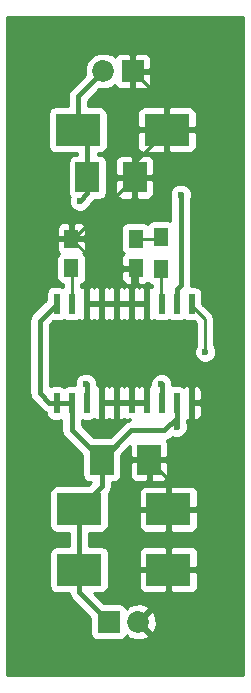
<source format=gbr>
G04 #@! TF.FileFunction,Copper,L1,Top,Signal*
%FSLAX46Y46*%
G04 Gerber Fmt 4.6, Leading zero omitted, Abs format (unit mm)*
G04 Created by KiCad (PCBNEW 4.0.5) date 05/07/17 11:17:11*
%MOMM*%
%LPD*%
G01*
G04 APERTURE LIST*
%ADD10C,0.100000*%
%ADD11R,3.750000X2.700000*%
%ADD12R,2.000000X2.500000*%
%ADD13R,1.250000X1.500000*%
%ADD14R,1.850000X1.850000*%
%ADD15C,1.850000*%
%ADD16R,1.300000X1.500000*%
%ADD17R,0.500000X1.700000*%
%ADD18C,0.600000*%
%ADD19C,0.460000*%
%ADD20C,0.250000*%
%ADD21C,0.254000*%
G04 APERTURE END LIST*
D10*
D11*
X150403000Y-119126000D03*
X157953000Y-119126000D03*
X150403000Y-113995200D03*
X157953000Y-113995200D03*
D12*
X152330400Y-109829600D03*
X156330400Y-109829600D03*
D13*
X155194000Y-93604400D03*
X155194000Y-91104400D03*
X149758400Y-93604400D03*
X149758400Y-91104400D03*
D12*
X151111200Y-85902800D03*
X155111200Y-85902800D03*
D11*
X150301400Y-81889600D03*
X157851400Y-81889600D03*
D14*
X152908000Y-123545600D03*
D15*
X155408000Y-123545600D03*
D14*
X154940000Y-76911200D03*
D15*
X152440000Y-76911200D03*
D16*
X157378400Y-93653600D03*
X157378400Y-90953600D03*
D17*
X148501100Y-105003600D03*
X149771100Y-105003600D03*
X151041100Y-105003600D03*
X152311100Y-105003600D03*
X153581100Y-105003600D03*
X154851100Y-105003600D03*
X156121100Y-105003600D03*
X157391100Y-105003600D03*
X158661100Y-105003600D03*
X159931100Y-105003600D03*
X159931100Y-96603600D03*
X158661100Y-96603600D03*
X157391100Y-96603600D03*
X156121100Y-96603600D03*
X154851100Y-96603600D03*
X153581100Y-96603600D03*
X152311100Y-96603600D03*
X151041100Y-96603600D03*
X149771100Y-96603600D03*
X148501100Y-96603600D03*
D18*
X158699200Y-107035600D03*
X150418800Y-99822000D03*
X148996400Y-99822000D03*
X148894800Y-102311200D03*
X150469600Y-102311200D03*
X151333200Y-101396800D03*
X159004000Y-87376000D03*
X150469600Y-87884000D03*
X150977600Y-103378000D03*
X157378400Y-103428800D03*
X161086800Y-100685600D03*
D19*
X158661100Y-105003600D02*
X158661100Y-106997500D01*
X158661100Y-106997500D02*
X158699200Y-107035600D01*
X150403000Y-119126000D02*
X150403000Y-121040600D01*
X150403000Y-121040600D02*
X152908000Y-123545600D01*
X150403000Y-113995200D02*
X150403000Y-119126000D01*
X152330400Y-109829600D02*
X152330400Y-112067800D01*
X152330400Y-112067800D02*
X150403000Y-113995200D01*
X148501100Y-105003600D02*
X147878800Y-105003600D01*
X147878800Y-105003600D02*
X147066000Y-104190800D01*
X147066000Y-104190800D02*
X147066000Y-98038700D01*
X147066000Y-98038700D02*
X148501100Y-96603600D01*
X149771100Y-105003600D02*
X149771100Y-107270300D01*
X149771100Y-107270300D02*
X152330400Y-109829600D01*
X148501100Y-105003600D02*
X149771100Y-105003600D01*
X158661100Y-105003600D02*
X158661100Y-106311700D01*
X158661100Y-106311700D02*
X157632400Y-107340400D01*
X157632400Y-107340400D02*
X154819600Y-107340400D01*
X154819600Y-107340400D02*
X152330400Y-109829600D01*
D20*
X150418800Y-99822000D02*
X148996400Y-99822000D01*
X148894800Y-102311200D02*
X150469600Y-102311200D01*
X152311100Y-96603600D02*
X152311100Y-100418900D01*
X152311100Y-100418900D02*
X151333200Y-101396800D01*
X152311100Y-105003600D02*
X152311100Y-102374700D01*
X152311100Y-102374700D02*
X151333200Y-101396800D01*
X157851400Y-81889600D02*
X157851400Y-79822600D01*
X157851400Y-79822600D02*
X154940000Y-76911200D01*
X155111200Y-85902800D02*
X155111200Y-84629800D01*
X155111200Y-84629800D02*
X157851400Y-81889600D01*
X149758400Y-91104400D02*
X149909600Y-91104400D01*
X149909600Y-91104400D02*
X155111200Y-85902800D01*
X155194000Y-93604400D02*
X152258400Y-93604400D01*
X152258400Y-93604400D02*
X149758400Y-91104400D01*
X154851100Y-96603600D02*
X154851100Y-93947300D01*
X154851100Y-93947300D02*
X155194000Y-93604400D01*
X152311100Y-96603600D02*
X151041100Y-96603600D01*
X153581100Y-96603600D02*
X152311100Y-96603600D01*
X154851100Y-96603600D02*
X153581100Y-96603600D01*
X156121100Y-96603600D02*
X154851100Y-96603600D01*
X156121100Y-105003600D02*
X156121100Y-103339900D01*
X156121100Y-103339900D02*
X157200600Y-102260400D01*
X157200600Y-102260400D02*
X158496000Y-102260400D01*
X158496000Y-102260400D02*
X159867600Y-103632000D01*
X159867600Y-103632000D02*
X159867600Y-104940100D01*
X159867600Y-104940100D02*
X159931100Y-105003600D01*
X154851100Y-105003600D02*
X156121100Y-105003600D01*
X153581100Y-105003600D02*
X154851100Y-105003600D01*
X152311100Y-105003600D02*
X153581100Y-105003600D01*
X156330400Y-109829600D02*
X157734000Y-109829600D01*
X157734000Y-109829600D02*
X159918400Y-107645200D01*
X159918400Y-107645200D02*
X159918400Y-105016300D01*
X159918400Y-105016300D02*
X159931100Y-105003600D01*
X157953000Y-113995200D02*
X157953000Y-111452200D01*
X157953000Y-111452200D02*
X156330400Y-109829600D01*
X157953000Y-119126000D02*
X157953000Y-113995200D01*
X155408000Y-123545600D02*
X155448000Y-123545600D01*
X155448000Y-123545600D02*
X157953000Y-121040600D01*
X157953000Y-121040600D02*
X157953000Y-119126000D01*
X155194000Y-91104400D02*
X157227600Y-91104400D01*
X157227600Y-91104400D02*
X157378400Y-90953600D01*
X149771100Y-96603600D02*
X149771100Y-93617100D01*
X149771100Y-93617100D02*
X149758400Y-93604400D01*
D19*
X158661100Y-96603600D02*
X158661100Y-95338900D01*
X158661100Y-95338900D02*
X159004000Y-94996000D01*
X159004000Y-94996000D02*
X159004000Y-87376000D01*
X150301400Y-81889600D02*
X150301400Y-79049800D01*
X150301400Y-79049800D02*
X152440000Y-76911200D01*
X151111200Y-85902800D02*
X151111200Y-82699400D01*
X151111200Y-82699400D02*
X150301400Y-81889600D01*
X150469600Y-87884000D02*
X151111200Y-87242400D01*
X151111200Y-87242400D02*
X151111200Y-85902800D01*
X151041100Y-105003600D02*
X151041100Y-103441500D01*
X151041100Y-103441500D02*
X150977600Y-103378000D01*
X157391100Y-105003600D02*
X157391100Y-103441500D01*
X157391100Y-103441500D02*
X157378400Y-103428800D01*
D20*
X161086800Y-100685600D02*
X161086800Y-97942400D01*
X161086800Y-97942400D02*
X159931100Y-96786700D01*
X159931100Y-96786700D02*
X159931100Y-96603600D01*
X157378400Y-93653600D02*
X157378400Y-96590900D01*
X157378400Y-96590900D02*
X157391100Y-96603600D01*
D21*
G36*
X164313400Y-128042200D02*
X144347400Y-128042200D01*
X144347400Y-98038700D01*
X146201000Y-98038700D01*
X146201000Y-104190800D01*
X146235380Y-104363638D01*
X146266844Y-104521821D01*
X146454353Y-104802447D01*
X147267153Y-105615248D01*
X147547779Y-105802756D01*
X147603660Y-105813871D01*
X147603660Y-105853600D01*
X147647938Y-106088917D01*
X147787010Y-106305041D01*
X147999210Y-106450031D01*
X148251100Y-106501040D01*
X148751100Y-106501040D01*
X148906100Y-106471875D01*
X148906100Y-107270300D01*
X148964904Y-107565927D01*
X148971944Y-107601321D01*
X149159453Y-107881947D01*
X150682960Y-109405455D01*
X150682960Y-111079600D01*
X150727238Y-111314917D01*
X150866310Y-111531041D01*
X151078510Y-111676031D01*
X151330400Y-111727040D01*
X151447865Y-111727040D01*
X151177145Y-111997760D01*
X148528000Y-111997760D01*
X148292683Y-112042038D01*
X148076559Y-112181110D01*
X147931569Y-112393310D01*
X147880560Y-112645200D01*
X147880560Y-115345200D01*
X147924838Y-115580517D01*
X148063910Y-115796641D01*
X148276110Y-115941631D01*
X148528000Y-115992640D01*
X149538000Y-115992640D01*
X149538000Y-117128560D01*
X148528000Y-117128560D01*
X148292683Y-117172838D01*
X148076559Y-117311910D01*
X147931569Y-117524110D01*
X147880560Y-117776000D01*
X147880560Y-120476000D01*
X147924838Y-120711317D01*
X148063910Y-120927441D01*
X148276110Y-121072431D01*
X148528000Y-121123440D01*
X149554478Y-121123440D01*
X149603844Y-121371621D01*
X149791353Y-121652247D01*
X151335560Y-123196454D01*
X151335560Y-124470600D01*
X151379838Y-124705917D01*
X151518910Y-124922041D01*
X151731110Y-125067031D01*
X151983000Y-125118040D01*
X153833000Y-125118040D01*
X154068317Y-125073762D01*
X154284441Y-124934690D01*
X154429431Y-124722490D01*
X154434183Y-124699025D01*
X154489350Y-124643858D01*
X154578821Y-124902932D01*
X155161368Y-125116925D01*
X155781461Y-125091697D01*
X156237179Y-124902932D01*
X156326651Y-124643856D01*
X155408000Y-123725205D01*
X155393858Y-123739348D01*
X155214253Y-123559743D01*
X155228395Y-123545600D01*
X155587605Y-123545600D01*
X156506256Y-124464251D01*
X156765332Y-124374779D01*
X156979325Y-123792232D01*
X156954097Y-123172139D01*
X156765332Y-122716421D01*
X156506256Y-122626949D01*
X155587605Y-123545600D01*
X155228395Y-123545600D01*
X155214253Y-123531458D01*
X155393858Y-123351853D01*
X155408000Y-123365995D01*
X156326651Y-122447344D01*
X156237179Y-122188268D01*
X155654632Y-121974275D01*
X155034539Y-121999503D01*
X154578821Y-122188268D01*
X154489350Y-122447342D01*
X154438218Y-122396210D01*
X154436162Y-122385283D01*
X154297090Y-122169159D01*
X154084890Y-122024169D01*
X153833000Y-121973160D01*
X152558854Y-121973160D01*
X151709134Y-121123440D01*
X152278000Y-121123440D01*
X152513317Y-121079162D01*
X152729441Y-120940090D01*
X152874431Y-120727890D01*
X152925440Y-120476000D01*
X152925440Y-119411750D01*
X155443000Y-119411750D01*
X155443000Y-120602310D01*
X155539673Y-120835699D01*
X155718302Y-121014327D01*
X155951691Y-121111000D01*
X157667250Y-121111000D01*
X157826000Y-120952250D01*
X157826000Y-119253000D01*
X158080000Y-119253000D01*
X158080000Y-120952250D01*
X158238750Y-121111000D01*
X159954309Y-121111000D01*
X160187698Y-121014327D01*
X160366327Y-120835699D01*
X160463000Y-120602310D01*
X160463000Y-119411750D01*
X160304250Y-119253000D01*
X158080000Y-119253000D01*
X157826000Y-119253000D01*
X155601750Y-119253000D01*
X155443000Y-119411750D01*
X152925440Y-119411750D01*
X152925440Y-117776000D01*
X152901674Y-117649690D01*
X155443000Y-117649690D01*
X155443000Y-118840250D01*
X155601750Y-118999000D01*
X157826000Y-118999000D01*
X157826000Y-117299750D01*
X158080000Y-117299750D01*
X158080000Y-118999000D01*
X160304250Y-118999000D01*
X160463000Y-118840250D01*
X160463000Y-117649690D01*
X160366327Y-117416301D01*
X160187698Y-117237673D01*
X159954309Y-117141000D01*
X158238750Y-117141000D01*
X158080000Y-117299750D01*
X157826000Y-117299750D01*
X157667250Y-117141000D01*
X155951691Y-117141000D01*
X155718302Y-117237673D01*
X155539673Y-117416301D01*
X155443000Y-117649690D01*
X152901674Y-117649690D01*
X152881162Y-117540683D01*
X152742090Y-117324559D01*
X152529890Y-117179569D01*
X152278000Y-117128560D01*
X151268000Y-117128560D01*
X151268000Y-115992640D01*
X152278000Y-115992640D01*
X152513317Y-115948362D01*
X152729441Y-115809290D01*
X152874431Y-115597090D01*
X152925440Y-115345200D01*
X152925440Y-114280950D01*
X155443000Y-114280950D01*
X155443000Y-115471510D01*
X155539673Y-115704899D01*
X155718302Y-115883527D01*
X155951691Y-115980200D01*
X157667250Y-115980200D01*
X157826000Y-115821450D01*
X157826000Y-114122200D01*
X158080000Y-114122200D01*
X158080000Y-115821450D01*
X158238750Y-115980200D01*
X159954309Y-115980200D01*
X160187698Y-115883527D01*
X160366327Y-115704899D01*
X160463000Y-115471510D01*
X160463000Y-114280950D01*
X160304250Y-114122200D01*
X158080000Y-114122200D01*
X157826000Y-114122200D01*
X155601750Y-114122200D01*
X155443000Y-114280950D01*
X152925440Y-114280950D01*
X152925440Y-112696055D01*
X152942047Y-112679448D01*
X153049328Y-112518890D01*
X155443000Y-112518890D01*
X155443000Y-113709450D01*
X155601750Y-113868200D01*
X157826000Y-113868200D01*
X157826000Y-112168950D01*
X158080000Y-112168950D01*
X158080000Y-113868200D01*
X160304250Y-113868200D01*
X160463000Y-113709450D01*
X160463000Y-112518890D01*
X160366327Y-112285501D01*
X160187698Y-112106873D01*
X159954309Y-112010200D01*
X158238750Y-112010200D01*
X158080000Y-112168950D01*
X157826000Y-112168950D01*
X157667250Y-112010200D01*
X155951691Y-112010200D01*
X155718302Y-112106873D01*
X155539673Y-112285501D01*
X155443000Y-112518890D01*
X153049328Y-112518890D01*
X153129556Y-112398822D01*
X153140480Y-112343902D01*
X153195400Y-112067800D01*
X153195400Y-111727040D01*
X153330400Y-111727040D01*
X153565717Y-111682762D01*
X153781841Y-111543690D01*
X153926831Y-111331490D01*
X153977840Y-111079600D01*
X153977840Y-110115350D01*
X154695400Y-110115350D01*
X154695400Y-111205910D01*
X154792073Y-111439299D01*
X154970702Y-111617927D01*
X155204091Y-111714600D01*
X156044650Y-111714600D01*
X156203400Y-111555850D01*
X156203400Y-109956600D01*
X156457400Y-109956600D01*
X156457400Y-111555850D01*
X156616150Y-111714600D01*
X157456709Y-111714600D01*
X157690098Y-111617927D01*
X157868727Y-111439299D01*
X157965400Y-111205910D01*
X157965400Y-110115350D01*
X157806650Y-109956600D01*
X156457400Y-109956600D01*
X156203400Y-109956600D01*
X154854150Y-109956600D01*
X154695400Y-110115350D01*
X153977840Y-110115350D01*
X153977840Y-109405454D01*
X154695400Y-108687895D01*
X154695400Y-109543850D01*
X154854150Y-109702600D01*
X156203400Y-109702600D01*
X156203400Y-109682600D01*
X156457400Y-109682600D01*
X156457400Y-109702600D01*
X157806650Y-109702600D01*
X157965400Y-109543850D01*
X157965400Y-108453290D01*
X157868727Y-108219901D01*
X157817423Y-108168597D01*
X157963421Y-108139556D01*
X158244047Y-107952047D01*
X158309789Y-107886306D01*
X158512401Y-107970438D01*
X158884367Y-107970762D01*
X159228143Y-107828717D01*
X159491392Y-107565927D01*
X159634038Y-107222399D01*
X159634362Y-106850433D01*
X159526100Y-106588418D01*
X159526100Y-106476716D01*
X159554791Y-106488600D01*
X159647350Y-106488600D01*
X159806100Y-106329850D01*
X159806100Y-105130600D01*
X160056100Y-105130600D01*
X160056100Y-106329850D01*
X160214850Y-106488600D01*
X160307409Y-106488600D01*
X160540798Y-106391927D01*
X160719427Y-106213299D01*
X160816100Y-105979910D01*
X160816100Y-105289350D01*
X160657350Y-105130600D01*
X160056100Y-105130600D01*
X159806100Y-105130600D01*
X159784100Y-105130600D01*
X159784100Y-104876600D01*
X159806100Y-104876600D01*
X159806100Y-103677350D01*
X160056100Y-103677350D01*
X160056100Y-104876600D01*
X160657350Y-104876600D01*
X160816100Y-104717850D01*
X160816100Y-104027290D01*
X160719427Y-103793901D01*
X160540798Y-103615273D01*
X160307409Y-103518600D01*
X160214850Y-103518600D01*
X160056100Y-103677350D01*
X159806100Y-103677350D01*
X159647350Y-103518600D01*
X159554791Y-103518600D01*
X159321402Y-103615273D01*
X159291618Y-103645057D01*
X159162990Y-103557169D01*
X158911100Y-103506160D01*
X158411100Y-103506160D01*
X158313317Y-103524559D01*
X158313562Y-103243633D01*
X158171517Y-102899857D01*
X157908727Y-102636608D01*
X157565199Y-102493962D01*
X157193233Y-102493638D01*
X156849457Y-102635683D01*
X156586208Y-102898473D01*
X156443562Y-103242001D01*
X156443321Y-103518600D01*
X156404850Y-103518600D01*
X156246100Y-103677350D01*
X156246100Y-104876600D01*
X156268100Y-104876600D01*
X156268100Y-105130600D01*
X156246100Y-105130600D01*
X156246100Y-105150600D01*
X155996100Y-105150600D01*
X155996100Y-105130600D01*
X154976100Y-105130600D01*
X154976100Y-105150600D01*
X154726100Y-105150600D01*
X154726100Y-105130600D01*
X153706100Y-105130600D01*
X153706100Y-106329850D01*
X153864850Y-106488600D01*
X153957409Y-106488600D01*
X154190798Y-106391927D01*
X154216100Y-106366625D01*
X154241402Y-106391927D01*
X154474791Y-106488600D01*
X154567350Y-106488600D01*
X154724098Y-106331852D01*
X154724098Y-106488600D01*
X154753239Y-106488600D01*
X154543498Y-106530320D01*
X154488578Y-106541244D01*
X154207952Y-106728753D01*
X153004545Y-107932160D01*
X151656254Y-107932160D01*
X150636100Y-106912006D01*
X150636100Y-106469652D01*
X150791100Y-106501040D01*
X151291100Y-106501040D01*
X151526417Y-106456762D01*
X151672339Y-106362864D01*
X151701402Y-106391927D01*
X151934791Y-106488600D01*
X152027350Y-106488600D01*
X152186100Y-106329850D01*
X152186100Y-105130600D01*
X152436100Y-105130600D01*
X152436100Y-106329850D01*
X152594850Y-106488600D01*
X152687409Y-106488600D01*
X152920798Y-106391927D01*
X152946100Y-106366625D01*
X152971402Y-106391927D01*
X153204791Y-106488600D01*
X153297350Y-106488600D01*
X153456100Y-106329850D01*
X153456100Y-105130600D01*
X152436100Y-105130600D01*
X152186100Y-105130600D01*
X152164100Y-105130600D01*
X152164100Y-104876600D01*
X152186100Y-104876600D01*
X152186100Y-103677350D01*
X152436100Y-103677350D01*
X152436100Y-104876600D01*
X153456100Y-104876600D01*
X153456100Y-103677350D01*
X153706100Y-103677350D01*
X153706100Y-104876600D01*
X154726100Y-104876600D01*
X154726100Y-103677350D01*
X154976100Y-103677350D01*
X154976100Y-104876600D01*
X155996100Y-104876600D01*
X155996100Y-103677350D01*
X155837350Y-103518600D01*
X155744791Y-103518600D01*
X155511402Y-103615273D01*
X155486100Y-103640575D01*
X155460798Y-103615273D01*
X155227409Y-103518600D01*
X155134850Y-103518600D01*
X154976100Y-103677350D01*
X154726100Y-103677350D01*
X154567350Y-103518600D01*
X154474791Y-103518600D01*
X154241402Y-103615273D01*
X154216100Y-103640575D01*
X154190798Y-103615273D01*
X153957409Y-103518600D01*
X153864850Y-103518600D01*
X153706100Y-103677350D01*
X153456100Y-103677350D01*
X153297350Y-103518600D01*
X153204791Y-103518600D01*
X152971402Y-103615273D01*
X152946100Y-103640575D01*
X152920798Y-103615273D01*
X152687409Y-103518600D01*
X152594850Y-103518600D01*
X152436100Y-103677350D01*
X152186100Y-103677350D01*
X152027350Y-103518600D01*
X151934791Y-103518600D01*
X151912470Y-103527846D01*
X151912762Y-103192833D01*
X151770717Y-102849057D01*
X151507927Y-102585808D01*
X151164399Y-102443162D01*
X150792433Y-102442838D01*
X150448657Y-102584883D01*
X150185408Y-102847673D01*
X150042762Y-103191201D01*
X150042484Y-103510490D01*
X150021100Y-103506160D01*
X149521100Y-103506160D01*
X149285783Y-103550438D01*
X149135073Y-103647417D01*
X149002990Y-103557169D01*
X148751100Y-103506160D01*
X148251100Y-103506160D01*
X148015783Y-103550438D01*
X147931000Y-103604994D01*
X147931000Y-98396994D01*
X148231020Y-98096974D01*
X148251100Y-98101040D01*
X148751100Y-98101040D01*
X148986417Y-98056762D01*
X149137127Y-97959783D01*
X149269210Y-98050031D01*
X149521100Y-98101040D01*
X150021100Y-98101040D01*
X150256417Y-98056762D01*
X150402339Y-97962864D01*
X150431402Y-97991927D01*
X150664791Y-98088600D01*
X150757350Y-98088600D01*
X150916100Y-97929850D01*
X150916100Y-96730600D01*
X151166100Y-96730600D01*
X151166100Y-97929850D01*
X151324850Y-98088600D01*
X151417409Y-98088600D01*
X151650798Y-97991927D01*
X151676100Y-97966625D01*
X151701402Y-97991927D01*
X151934791Y-98088600D01*
X152027350Y-98088600D01*
X152186100Y-97929850D01*
X152186100Y-96730600D01*
X152436100Y-96730600D01*
X152436100Y-97929850D01*
X152594850Y-98088600D01*
X152687409Y-98088600D01*
X152920798Y-97991927D01*
X152946100Y-97966625D01*
X152971402Y-97991927D01*
X153204791Y-98088600D01*
X153297350Y-98088600D01*
X153456100Y-97929850D01*
X153456100Y-96730600D01*
X153706100Y-96730600D01*
X153706100Y-97929850D01*
X153864850Y-98088600D01*
X153957409Y-98088600D01*
X154190798Y-97991927D01*
X154216100Y-97966625D01*
X154241402Y-97991927D01*
X154474791Y-98088600D01*
X154567350Y-98088600D01*
X154726100Y-97929850D01*
X154726100Y-96730600D01*
X154976100Y-96730600D01*
X154976100Y-97929850D01*
X155134850Y-98088600D01*
X155227409Y-98088600D01*
X155460798Y-97991927D01*
X155486100Y-97966625D01*
X155511402Y-97991927D01*
X155744791Y-98088600D01*
X155837350Y-98088600D01*
X155996100Y-97929850D01*
X155996100Y-96730600D01*
X154976100Y-96730600D01*
X154726100Y-96730600D01*
X153706100Y-96730600D01*
X153456100Y-96730600D01*
X152436100Y-96730600D01*
X152186100Y-96730600D01*
X151166100Y-96730600D01*
X150916100Y-96730600D01*
X150894100Y-96730600D01*
X150894100Y-96476600D01*
X150916100Y-96476600D01*
X150916100Y-95277350D01*
X151166100Y-95277350D01*
X151166100Y-96476600D01*
X152186100Y-96476600D01*
X152186100Y-95277350D01*
X152436100Y-95277350D01*
X152436100Y-96476600D01*
X153456100Y-96476600D01*
X153456100Y-95277350D01*
X153706100Y-95277350D01*
X153706100Y-96476600D01*
X154726100Y-96476600D01*
X154726100Y-95277350D01*
X154976100Y-95277350D01*
X154976100Y-96476600D01*
X155996100Y-96476600D01*
X155996100Y-95277350D01*
X155837350Y-95118600D01*
X155744791Y-95118600D01*
X155511402Y-95215273D01*
X155486100Y-95240575D01*
X155460798Y-95215273D01*
X155227409Y-95118600D01*
X155134850Y-95118600D01*
X154976100Y-95277350D01*
X154726100Y-95277350D01*
X154567350Y-95118600D01*
X154474791Y-95118600D01*
X154241402Y-95215273D01*
X154216100Y-95240575D01*
X154190798Y-95215273D01*
X153957409Y-95118600D01*
X153864850Y-95118600D01*
X153706100Y-95277350D01*
X153456100Y-95277350D01*
X153297350Y-95118600D01*
X153204791Y-95118600D01*
X152971402Y-95215273D01*
X152946100Y-95240575D01*
X152920798Y-95215273D01*
X152687409Y-95118600D01*
X152594850Y-95118600D01*
X152436100Y-95277350D01*
X152186100Y-95277350D01*
X152027350Y-95118600D01*
X151934791Y-95118600D01*
X151701402Y-95215273D01*
X151676100Y-95240575D01*
X151650798Y-95215273D01*
X151417409Y-95118600D01*
X151324850Y-95118600D01*
X151166100Y-95277350D01*
X150916100Y-95277350D01*
X150757350Y-95118600D01*
X150664791Y-95118600D01*
X150531100Y-95173977D01*
X150531100Y-94974048D01*
X150618717Y-94957562D01*
X150834841Y-94818490D01*
X150979831Y-94606290D01*
X151030840Y-94354400D01*
X151030840Y-93890150D01*
X153934000Y-93890150D01*
X153934000Y-94480709D01*
X154030673Y-94714098D01*
X154209301Y-94892727D01*
X154442690Y-94989400D01*
X154908250Y-94989400D01*
X155067000Y-94830650D01*
X155067000Y-93731400D01*
X154092750Y-93731400D01*
X153934000Y-93890150D01*
X151030840Y-93890150D01*
X151030840Y-92854400D01*
X150986562Y-92619083D01*
X150847490Y-92402959D01*
X150779394Y-92356431D01*
X150921727Y-92214098D01*
X151018400Y-91980709D01*
X151018400Y-91390150D01*
X150859650Y-91231400D01*
X149885400Y-91231400D01*
X149885400Y-91251400D01*
X149631400Y-91251400D01*
X149631400Y-91231400D01*
X148657150Y-91231400D01*
X148498400Y-91390150D01*
X148498400Y-91980709D01*
X148595073Y-92214098D01*
X148736310Y-92355336D01*
X148681959Y-92390310D01*
X148536969Y-92602510D01*
X148485960Y-92854400D01*
X148485960Y-94354400D01*
X148530238Y-94589717D01*
X148669310Y-94805841D01*
X148881510Y-94950831D01*
X149011100Y-94977074D01*
X149011100Y-95162710D01*
X149002990Y-95157169D01*
X148751100Y-95106160D01*
X148251100Y-95106160D01*
X148015783Y-95150438D01*
X147799659Y-95289510D01*
X147654669Y-95501710D01*
X147603660Y-95753600D01*
X147603660Y-96277746D01*
X146454353Y-97427053D01*
X146266844Y-97707679D01*
X146201000Y-98038700D01*
X144347400Y-98038700D01*
X144347400Y-90228091D01*
X148498400Y-90228091D01*
X148498400Y-90818650D01*
X148657150Y-90977400D01*
X149631400Y-90977400D01*
X149631400Y-89878150D01*
X149885400Y-89878150D01*
X149885400Y-90977400D01*
X150859650Y-90977400D01*
X151018400Y-90818650D01*
X151018400Y-90354400D01*
X153921560Y-90354400D01*
X153921560Y-91854400D01*
X153965838Y-92089717D01*
X154104910Y-92305841D01*
X154173006Y-92352369D01*
X154030673Y-92494702D01*
X153934000Y-92728091D01*
X153934000Y-93318650D01*
X154092750Y-93477400D01*
X155067000Y-93477400D01*
X155067000Y-93457400D01*
X155321000Y-93457400D01*
X155321000Y-93477400D01*
X155341000Y-93477400D01*
X155341000Y-93731400D01*
X155321000Y-93731400D01*
X155321000Y-94830650D01*
X155479750Y-94989400D01*
X155945310Y-94989400D01*
X156178699Y-94892727D01*
X156245545Y-94825880D01*
X156264310Y-94855041D01*
X156476510Y-95000031D01*
X156618400Y-95028764D01*
X156618400Y-95168716D01*
X156497409Y-95118600D01*
X156404850Y-95118600D01*
X156246100Y-95277350D01*
X156246100Y-96476600D01*
X156268100Y-96476600D01*
X156268100Y-96730600D01*
X156246100Y-96730600D01*
X156246100Y-97929850D01*
X156404850Y-98088600D01*
X156497409Y-98088600D01*
X156730798Y-97991927D01*
X156760582Y-97962143D01*
X156889210Y-98050031D01*
X157141100Y-98101040D01*
X157641100Y-98101040D01*
X157876417Y-98056762D01*
X158027127Y-97959783D01*
X158159210Y-98050031D01*
X158411100Y-98101040D01*
X158911100Y-98101040D01*
X159146417Y-98056762D01*
X159297127Y-97959783D01*
X159429210Y-98050031D01*
X159681100Y-98101040D01*
X160170638Y-98101040D01*
X160326800Y-98257202D01*
X160326800Y-100123137D01*
X160294608Y-100155273D01*
X160151962Y-100498801D01*
X160151638Y-100870767D01*
X160293683Y-101214543D01*
X160556473Y-101477792D01*
X160900001Y-101620438D01*
X161271967Y-101620762D01*
X161615743Y-101478717D01*
X161878992Y-101215927D01*
X162021638Y-100872399D01*
X162021962Y-100500433D01*
X161879917Y-100156657D01*
X161846800Y-100123482D01*
X161846800Y-97942400D01*
X161788948Y-97651561D01*
X161624201Y-97404999D01*
X160828540Y-96609338D01*
X160828540Y-95753600D01*
X160784262Y-95518283D01*
X160645190Y-95302159D01*
X160432990Y-95157169D01*
X160181100Y-95106160D01*
X159847088Y-95106160D01*
X159869000Y-94996000D01*
X159869000Y-87730987D01*
X159938838Y-87562799D01*
X159939162Y-87190833D01*
X159797117Y-86847057D01*
X159534327Y-86583808D01*
X159190799Y-86441162D01*
X158818833Y-86440838D01*
X158475057Y-86582883D01*
X158211808Y-86845673D01*
X158069162Y-87189201D01*
X158068838Y-87561167D01*
X158139000Y-87730972D01*
X158139000Y-89578557D01*
X158028400Y-89556160D01*
X156728400Y-89556160D01*
X156493083Y-89600438D01*
X156276959Y-89739510D01*
X156202775Y-89848082D01*
X156070890Y-89757969D01*
X155819000Y-89706960D01*
X154569000Y-89706960D01*
X154333683Y-89751238D01*
X154117559Y-89890310D01*
X153972569Y-90102510D01*
X153921560Y-90354400D01*
X151018400Y-90354400D01*
X151018400Y-90228091D01*
X150921727Y-89994702D01*
X150743099Y-89816073D01*
X150509710Y-89719400D01*
X150044150Y-89719400D01*
X149885400Y-89878150D01*
X149631400Y-89878150D01*
X149472650Y-89719400D01*
X149007090Y-89719400D01*
X148773701Y-89816073D01*
X148595073Y-89994702D01*
X148498400Y-90228091D01*
X144347400Y-90228091D01*
X144347400Y-80539600D01*
X147778960Y-80539600D01*
X147778960Y-83239600D01*
X147823238Y-83474917D01*
X147962310Y-83691041D01*
X148174510Y-83836031D01*
X148426400Y-83887040D01*
X150246200Y-83887040D01*
X150246200Y-84005360D01*
X150111200Y-84005360D01*
X149875883Y-84049638D01*
X149659759Y-84188710D01*
X149514769Y-84400910D01*
X149463760Y-84652800D01*
X149463760Y-87152800D01*
X149508038Y-87388117D01*
X149602287Y-87534584D01*
X149534762Y-87697201D01*
X149534438Y-88069167D01*
X149676483Y-88412943D01*
X149939273Y-88676192D01*
X150282801Y-88818838D01*
X150654767Y-88819162D01*
X150998543Y-88677117D01*
X151261792Y-88414327D01*
X151332251Y-88244643D01*
X151722847Y-87854048D01*
X151758800Y-87800240D01*
X152111200Y-87800240D01*
X152346517Y-87755962D01*
X152562641Y-87616890D01*
X152707631Y-87404690D01*
X152758640Y-87152800D01*
X152758640Y-86188550D01*
X153476200Y-86188550D01*
X153476200Y-87279110D01*
X153572873Y-87512499D01*
X153751502Y-87691127D01*
X153984891Y-87787800D01*
X154825450Y-87787800D01*
X154984200Y-87629050D01*
X154984200Y-86029800D01*
X155238200Y-86029800D01*
X155238200Y-87629050D01*
X155396950Y-87787800D01*
X156237509Y-87787800D01*
X156470898Y-87691127D01*
X156649527Y-87512499D01*
X156746200Y-87279110D01*
X156746200Y-86188550D01*
X156587450Y-86029800D01*
X155238200Y-86029800D01*
X154984200Y-86029800D01*
X153634950Y-86029800D01*
X153476200Y-86188550D01*
X152758640Y-86188550D01*
X152758640Y-84652800D01*
X152734874Y-84526490D01*
X153476200Y-84526490D01*
X153476200Y-85617050D01*
X153634950Y-85775800D01*
X154984200Y-85775800D01*
X154984200Y-84176550D01*
X155238200Y-84176550D01*
X155238200Y-85775800D01*
X156587450Y-85775800D01*
X156746200Y-85617050D01*
X156746200Y-84526490D01*
X156649527Y-84293101D01*
X156470898Y-84114473D01*
X156237509Y-84017800D01*
X155396950Y-84017800D01*
X155238200Y-84176550D01*
X154984200Y-84176550D01*
X154825450Y-84017800D01*
X153984891Y-84017800D01*
X153751502Y-84114473D01*
X153572873Y-84293101D01*
X153476200Y-84526490D01*
X152734874Y-84526490D01*
X152714362Y-84417483D01*
X152575290Y-84201359D01*
X152363090Y-84056369D01*
X152111200Y-84005360D01*
X151976200Y-84005360D01*
X151976200Y-83887040D01*
X152176400Y-83887040D01*
X152411717Y-83842762D01*
X152627841Y-83703690D01*
X152772831Y-83491490D01*
X152823840Y-83239600D01*
X152823840Y-82175350D01*
X155341400Y-82175350D01*
X155341400Y-83365910D01*
X155438073Y-83599299D01*
X155616702Y-83777927D01*
X155850091Y-83874600D01*
X157565650Y-83874600D01*
X157724400Y-83715850D01*
X157724400Y-82016600D01*
X157978400Y-82016600D01*
X157978400Y-83715850D01*
X158137150Y-83874600D01*
X159852709Y-83874600D01*
X160086098Y-83777927D01*
X160264727Y-83599299D01*
X160361400Y-83365910D01*
X160361400Y-82175350D01*
X160202650Y-82016600D01*
X157978400Y-82016600D01*
X157724400Y-82016600D01*
X155500150Y-82016600D01*
X155341400Y-82175350D01*
X152823840Y-82175350D01*
X152823840Y-80539600D01*
X152800074Y-80413290D01*
X155341400Y-80413290D01*
X155341400Y-81603850D01*
X155500150Y-81762600D01*
X157724400Y-81762600D01*
X157724400Y-80063350D01*
X157978400Y-80063350D01*
X157978400Y-81762600D01*
X160202650Y-81762600D01*
X160361400Y-81603850D01*
X160361400Y-80413290D01*
X160264727Y-80179901D01*
X160086098Y-80001273D01*
X159852709Y-79904600D01*
X158137150Y-79904600D01*
X157978400Y-80063350D01*
X157724400Y-80063350D01*
X157565650Y-79904600D01*
X155850091Y-79904600D01*
X155616702Y-80001273D01*
X155438073Y-80179901D01*
X155341400Y-80413290D01*
X152800074Y-80413290D01*
X152779562Y-80304283D01*
X152640490Y-80088159D01*
X152428290Y-79943169D01*
X152176400Y-79892160D01*
X151166400Y-79892160D01*
X151166400Y-79408094D01*
X152110834Y-78463660D01*
X152128336Y-78470928D01*
X152748942Y-78471470D01*
X153322514Y-78234475D01*
X153442881Y-78114318D01*
X153476673Y-78195899D01*
X153655302Y-78374527D01*
X153888691Y-78471200D01*
X154654250Y-78471200D01*
X154813000Y-78312450D01*
X154813000Y-77038200D01*
X155067000Y-77038200D01*
X155067000Y-78312450D01*
X155225750Y-78471200D01*
X155991309Y-78471200D01*
X156224698Y-78374527D01*
X156403327Y-78195899D01*
X156500000Y-77962510D01*
X156500000Y-77196950D01*
X156341250Y-77038200D01*
X155067000Y-77038200D01*
X154813000Y-77038200D01*
X154793000Y-77038200D01*
X154793000Y-76784200D01*
X154813000Y-76784200D01*
X154813000Y-75509950D01*
X155067000Y-75509950D01*
X155067000Y-76784200D01*
X156341250Y-76784200D01*
X156500000Y-76625450D01*
X156500000Y-75859890D01*
X156403327Y-75626501D01*
X156224698Y-75447873D01*
X155991309Y-75351200D01*
X155225750Y-75351200D01*
X155067000Y-75509950D01*
X154813000Y-75509950D01*
X154654250Y-75351200D01*
X153888691Y-75351200D01*
X153655302Y-75447873D01*
X153476673Y-75626501D01*
X153442983Y-75707835D01*
X153324823Y-75589468D01*
X152751664Y-75351472D01*
X152131058Y-75350930D01*
X151557486Y-75587925D01*
X151118268Y-76026377D01*
X150880272Y-76599536D01*
X150879730Y-77220142D01*
X150887927Y-77239979D01*
X149689753Y-78438153D01*
X149502244Y-78718779D01*
X149436400Y-79049800D01*
X149436400Y-79892160D01*
X148426400Y-79892160D01*
X148191083Y-79936438D01*
X147974959Y-80075510D01*
X147829969Y-80287710D01*
X147778960Y-80539600D01*
X144347400Y-80539600D01*
X144347400Y-72363800D01*
X164313400Y-72363800D01*
X164313400Y-128042200D01*
X164313400Y-128042200D01*
G37*
X164313400Y-128042200D02*
X144347400Y-128042200D01*
X144347400Y-98038700D01*
X146201000Y-98038700D01*
X146201000Y-104190800D01*
X146235380Y-104363638D01*
X146266844Y-104521821D01*
X146454353Y-104802447D01*
X147267153Y-105615248D01*
X147547779Y-105802756D01*
X147603660Y-105813871D01*
X147603660Y-105853600D01*
X147647938Y-106088917D01*
X147787010Y-106305041D01*
X147999210Y-106450031D01*
X148251100Y-106501040D01*
X148751100Y-106501040D01*
X148906100Y-106471875D01*
X148906100Y-107270300D01*
X148964904Y-107565927D01*
X148971944Y-107601321D01*
X149159453Y-107881947D01*
X150682960Y-109405455D01*
X150682960Y-111079600D01*
X150727238Y-111314917D01*
X150866310Y-111531041D01*
X151078510Y-111676031D01*
X151330400Y-111727040D01*
X151447865Y-111727040D01*
X151177145Y-111997760D01*
X148528000Y-111997760D01*
X148292683Y-112042038D01*
X148076559Y-112181110D01*
X147931569Y-112393310D01*
X147880560Y-112645200D01*
X147880560Y-115345200D01*
X147924838Y-115580517D01*
X148063910Y-115796641D01*
X148276110Y-115941631D01*
X148528000Y-115992640D01*
X149538000Y-115992640D01*
X149538000Y-117128560D01*
X148528000Y-117128560D01*
X148292683Y-117172838D01*
X148076559Y-117311910D01*
X147931569Y-117524110D01*
X147880560Y-117776000D01*
X147880560Y-120476000D01*
X147924838Y-120711317D01*
X148063910Y-120927441D01*
X148276110Y-121072431D01*
X148528000Y-121123440D01*
X149554478Y-121123440D01*
X149603844Y-121371621D01*
X149791353Y-121652247D01*
X151335560Y-123196454D01*
X151335560Y-124470600D01*
X151379838Y-124705917D01*
X151518910Y-124922041D01*
X151731110Y-125067031D01*
X151983000Y-125118040D01*
X153833000Y-125118040D01*
X154068317Y-125073762D01*
X154284441Y-124934690D01*
X154429431Y-124722490D01*
X154434183Y-124699025D01*
X154489350Y-124643858D01*
X154578821Y-124902932D01*
X155161368Y-125116925D01*
X155781461Y-125091697D01*
X156237179Y-124902932D01*
X156326651Y-124643856D01*
X155408000Y-123725205D01*
X155393858Y-123739348D01*
X155214253Y-123559743D01*
X155228395Y-123545600D01*
X155587605Y-123545600D01*
X156506256Y-124464251D01*
X156765332Y-124374779D01*
X156979325Y-123792232D01*
X156954097Y-123172139D01*
X156765332Y-122716421D01*
X156506256Y-122626949D01*
X155587605Y-123545600D01*
X155228395Y-123545600D01*
X155214253Y-123531458D01*
X155393858Y-123351853D01*
X155408000Y-123365995D01*
X156326651Y-122447344D01*
X156237179Y-122188268D01*
X155654632Y-121974275D01*
X155034539Y-121999503D01*
X154578821Y-122188268D01*
X154489350Y-122447342D01*
X154438218Y-122396210D01*
X154436162Y-122385283D01*
X154297090Y-122169159D01*
X154084890Y-122024169D01*
X153833000Y-121973160D01*
X152558854Y-121973160D01*
X151709134Y-121123440D01*
X152278000Y-121123440D01*
X152513317Y-121079162D01*
X152729441Y-120940090D01*
X152874431Y-120727890D01*
X152925440Y-120476000D01*
X152925440Y-119411750D01*
X155443000Y-119411750D01*
X155443000Y-120602310D01*
X155539673Y-120835699D01*
X155718302Y-121014327D01*
X155951691Y-121111000D01*
X157667250Y-121111000D01*
X157826000Y-120952250D01*
X157826000Y-119253000D01*
X158080000Y-119253000D01*
X158080000Y-120952250D01*
X158238750Y-121111000D01*
X159954309Y-121111000D01*
X160187698Y-121014327D01*
X160366327Y-120835699D01*
X160463000Y-120602310D01*
X160463000Y-119411750D01*
X160304250Y-119253000D01*
X158080000Y-119253000D01*
X157826000Y-119253000D01*
X155601750Y-119253000D01*
X155443000Y-119411750D01*
X152925440Y-119411750D01*
X152925440Y-117776000D01*
X152901674Y-117649690D01*
X155443000Y-117649690D01*
X155443000Y-118840250D01*
X155601750Y-118999000D01*
X157826000Y-118999000D01*
X157826000Y-117299750D01*
X158080000Y-117299750D01*
X158080000Y-118999000D01*
X160304250Y-118999000D01*
X160463000Y-118840250D01*
X160463000Y-117649690D01*
X160366327Y-117416301D01*
X160187698Y-117237673D01*
X159954309Y-117141000D01*
X158238750Y-117141000D01*
X158080000Y-117299750D01*
X157826000Y-117299750D01*
X157667250Y-117141000D01*
X155951691Y-117141000D01*
X155718302Y-117237673D01*
X155539673Y-117416301D01*
X155443000Y-117649690D01*
X152901674Y-117649690D01*
X152881162Y-117540683D01*
X152742090Y-117324559D01*
X152529890Y-117179569D01*
X152278000Y-117128560D01*
X151268000Y-117128560D01*
X151268000Y-115992640D01*
X152278000Y-115992640D01*
X152513317Y-115948362D01*
X152729441Y-115809290D01*
X152874431Y-115597090D01*
X152925440Y-115345200D01*
X152925440Y-114280950D01*
X155443000Y-114280950D01*
X155443000Y-115471510D01*
X155539673Y-115704899D01*
X155718302Y-115883527D01*
X155951691Y-115980200D01*
X157667250Y-115980200D01*
X157826000Y-115821450D01*
X157826000Y-114122200D01*
X158080000Y-114122200D01*
X158080000Y-115821450D01*
X158238750Y-115980200D01*
X159954309Y-115980200D01*
X160187698Y-115883527D01*
X160366327Y-115704899D01*
X160463000Y-115471510D01*
X160463000Y-114280950D01*
X160304250Y-114122200D01*
X158080000Y-114122200D01*
X157826000Y-114122200D01*
X155601750Y-114122200D01*
X155443000Y-114280950D01*
X152925440Y-114280950D01*
X152925440Y-112696055D01*
X152942047Y-112679448D01*
X153049328Y-112518890D01*
X155443000Y-112518890D01*
X155443000Y-113709450D01*
X155601750Y-113868200D01*
X157826000Y-113868200D01*
X157826000Y-112168950D01*
X158080000Y-112168950D01*
X158080000Y-113868200D01*
X160304250Y-113868200D01*
X160463000Y-113709450D01*
X160463000Y-112518890D01*
X160366327Y-112285501D01*
X160187698Y-112106873D01*
X159954309Y-112010200D01*
X158238750Y-112010200D01*
X158080000Y-112168950D01*
X157826000Y-112168950D01*
X157667250Y-112010200D01*
X155951691Y-112010200D01*
X155718302Y-112106873D01*
X155539673Y-112285501D01*
X155443000Y-112518890D01*
X153049328Y-112518890D01*
X153129556Y-112398822D01*
X153140480Y-112343902D01*
X153195400Y-112067800D01*
X153195400Y-111727040D01*
X153330400Y-111727040D01*
X153565717Y-111682762D01*
X153781841Y-111543690D01*
X153926831Y-111331490D01*
X153977840Y-111079600D01*
X153977840Y-110115350D01*
X154695400Y-110115350D01*
X154695400Y-111205910D01*
X154792073Y-111439299D01*
X154970702Y-111617927D01*
X155204091Y-111714600D01*
X156044650Y-111714600D01*
X156203400Y-111555850D01*
X156203400Y-109956600D01*
X156457400Y-109956600D01*
X156457400Y-111555850D01*
X156616150Y-111714600D01*
X157456709Y-111714600D01*
X157690098Y-111617927D01*
X157868727Y-111439299D01*
X157965400Y-111205910D01*
X157965400Y-110115350D01*
X157806650Y-109956600D01*
X156457400Y-109956600D01*
X156203400Y-109956600D01*
X154854150Y-109956600D01*
X154695400Y-110115350D01*
X153977840Y-110115350D01*
X153977840Y-109405454D01*
X154695400Y-108687895D01*
X154695400Y-109543850D01*
X154854150Y-109702600D01*
X156203400Y-109702600D01*
X156203400Y-109682600D01*
X156457400Y-109682600D01*
X156457400Y-109702600D01*
X157806650Y-109702600D01*
X157965400Y-109543850D01*
X157965400Y-108453290D01*
X157868727Y-108219901D01*
X157817423Y-108168597D01*
X157963421Y-108139556D01*
X158244047Y-107952047D01*
X158309789Y-107886306D01*
X158512401Y-107970438D01*
X158884367Y-107970762D01*
X159228143Y-107828717D01*
X159491392Y-107565927D01*
X159634038Y-107222399D01*
X159634362Y-106850433D01*
X159526100Y-106588418D01*
X159526100Y-106476716D01*
X159554791Y-106488600D01*
X159647350Y-106488600D01*
X159806100Y-106329850D01*
X159806100Y-105130600D01*
X160056100Y-105130600D01*
X160056100Y-106329850D01*
X160214850Y-106488600D01*
X160307409Y-106488600D01*
X160540798Y-106391927D01*
X160719427Y-106213299D01*
X160816100Y-105979910D01*
X160816100Y-105289350D01*
X160657350Y-105130600D01*
X160056100Y-105130600D01*
X159806100Y-105130600D01*
X159784100Y-105130600D01*
X159784100Y-104876600D01*
X159806100Y-104876600D01*
X159806100Y-103677350D01*
X160056100Y-103677350D01*
X160056100Y-104876600D01*
X160657350Y-104876600D01*
X160816100Y-104717850D01*
X160816100Y-104027290D01*
X160719427Y-103793901D01*
X160540798Y-103615273D01*
X160307409Y-103518600D01*
X160214850Y-103518600D01*
X160056100Y-103677350D01*
X159806100Y-103677350D01*
X159647350Y-103518600D01*
X159554791Y-103518600D01*
X159321402Y-103615273D01*
X159291618Y-103645057D01*
X159162990Y-103557169D01*
X158911100Y-103506160D01*
X158411100Y-103506160D01*
X158313317Y-103524559D01*
X158313562Y-103243633D01*
X158171517Y-102899857D01*
X157908727Y-102636608D01*
X157565199Y-102493962D01*
X157193233Y-102493638D01*
X156849457Y-102635683D01*
X156586208Y-102898473D01*
X156443562Y-103242001D01*
X156443321Y-103518600D01*
X156404850Y-103518600D01*
X156246100Y-103677350D01*
X156246100Y-104876600D01*
X156268100Y-104876600D01*
X156268100Y-105130600D01*
X156246100Y-105130600D01*
X156246100Y-105150600D01*
X155996100Y-105150600D01*
X155996100Y-105130600D01*
X154976100Y-105130600D01*
X154976100Y-105150600D01*
X154726100Y-105150600D01*
X154726100Y-105130600D01*
X153706100Y-105130600D01*
X153706100Y-106329850D01*
X153864850Y-106488600D01*
X153957409Y-106488600D01*
X154190798Y-106391927D01*
X154216100Y-106366625D01*
X154241402Y-106391927D01*
X154474791Y-106488600D01*
X154567350Y-106488600D01*
X154724098Y-106331852D01*
X154724098Y-106488600D01*
X154753239Y-106488600D01*
X154543498Y-106530320D01*
X154488578Y-106541244D01*
X154207952Y-106728753D01*
X153004545Y-107932160D01*
X151656254Y-107932160D01*
X150636100Y-106912006D01*
X150636100Y-106469652D01*
X150791100Y-106501040D01*
X151291100Y-106501040D01*
X151526417Y-106456762D01*
X151672339Y-106362864D01*
X151701402Y-106391927D01*
X151934791Y-106488600D01*
X152027350Y-106488600D01*
X152186100Y-106329850D01*
X152186100Y-105130600D01*
X152436100Y-105130600D01*
X152436100Y-106329850D01*
X152594850Y-106488600D01*
X152687409Y-106488600D01*
X152920798Y-106391927D01*
X152946100Y-106366625D01*
X152971402Y-106391927D01*
X153204791Y-106488600D01*
X153297350Y-106488600D01*
X153456100Y-106329850D01*
X153456100Y-105130600D01*
X152436100Y-105130600D01*
X152186100Y-105130600D01*
X152164100Y-105130600D01*
X152164100Y-104876600D01*
X152186100Y-104876600D01*
X152186100Y-103677350D01*
X152436100Y-103677350D01*
X152436100Y-104876600D01*
X153456100Y-104876600D01*
X153456100Y-103677350D01*
X153706100Y-103677350D01*
X153706100Y-104876600D01*
X154726100Y-104876600D01*
X154726100Y-103677350D01*
X154976100Y-103677350D01*
X154976100Y-104876600D01*
X155996100Y-104876600D01*
X155996100Y-103677350D01*
X155837350Y-103518600D01*
X155744791Y-103518600D01*
X155511402Y-103615273D01*
X155486100Y-103640575D01*
X155460798Y-103615273D01*
X155227409Y-103518600D01*
X155134850Y-103518600D01*
X154976100Y-103677350D01*
X154726100Y-103677350D01*
X154567350Y-103518600D01*
X154474791Y-103518600D01*
X154241402Y-103615273D01*
X154216100Y-103640575D01*
X154190798Y-103615273D01*
X153957409Y-103518600D01*
X153864850Y-103518600D01*
X153706100Y-103677350D01*
X153456100Y-103677350D01*
X153297350Y-103518600D01*
X153204791Y-103518600D01*
X152971402Y-103615273D01*
X152946100Y-103640575D01*
X152920798Y-103615273D01*
X152687409Y-103518600D01*
X152594850Y-103518600D01*
X152436100Y-103677350D01*
X152186100Y-103677350D01*
X152027350Y-103518600D01*
X151934791Y-103518600D01*
X151912470Y-103527846D01*
X151912762Y-103192833D01*
X151770717Y-102849057D01*
X151507927Y-102585808D01*
X151164399Y-102443162D01*
X150792433Y-102442838D01*
X150448657Y-102584883D01*
X150185408Y-102847673D01*
X150042762Y-103191201D01*
X150042484Y-103510490D01*
X150021100Y-103506160D01*
X149521100Y-103506160D01*
X149285783Y-103550438D01*
X149135073Y-103647417D01*
X149002990Y-103557169D01*
X148751100Y-103506160D01*
X148251100Y-103506160D01*
X148015783Y-103550438D01*
X147931000Y-103604994D01*
X147931000Y-98396994D01*
X148231020Y-98096974D01*
X148251100Y-98101040D01*
X148751100Y-98101040D01*
X148986417Y-98056762D01*
X149137127Y-97959783D01*
X149269210Y-98050031D01*
X149521100Y-98101040D01*
X150021100Y-98101040D01*
X150256417Y-98056762D01*
X150402339Y-97962864D01*
X150431402Y-97991927D01*
X150664791Y-98088600D01*
X150757350Y-98088600D01*
X150916100Y-97929850D01*
X150916100Y-96730600D01*
X151166100Y-96730600D01*
X151166100Y-97929850D01*
X151324850Y-98088600D01*
X151417409Y-98088600D01*
X151650798Y-97991927D01*
X151676100Y-97966625D01*
X151701402Y-97991927D01*
X151934791Y-98088600D01*
X152027350Y-98088600D01*
X152186100Y-97929850D01*
X152186100Y-96730600D01*
X152436100Y-96730600D01*
X152436100Y-97929850D01*
X152594850Y-98088600D01*
X152687409Y-98088600D01*
X152920798Y-97991927D01*
X152946100Y-97966625D01*
X152971402Y-97991927D01*
X153204791Y-98088600D01*
X153297350Y-98088600D01*
X153456100Y-97929850D01*
X153456100Y-96730600D01*
X153706100Y-96730600D01*
X153706100Y-97929850D01*
X153864850Y-98088600D01*
X153957409Y-98088600D01*
X154190798Y-97991927D01*
X154216100Y-97966625D01*
X154241402Y-97991927D01*
X154474791Y-98088600D01*
X154567350Y-98088600D01*
X154726100Y-97929850D01*
X154726100Y-96730600D01*
X154976100Y-96730600D01*
X154976100Y-97929850D01*
X155134850Y-98088600D01*
X155227409Y-98088600D01*
X155460798Y-97991927D01*
X155486100Y-97966625D01*
X155511402Y-97991927D01*
X155744791Y-98088600D01*
X155837350Y-98088600D01*
X155996100Y-97929850D01*
X155996100Y-96730600D01*
X154976100Y-96730600D01*
X154726100Y-96730600D01*
X153706100Y-96730600D01*
X153456100Y-96730600D01*
X152436100Y-96730600D01*
X152186100Y-96730600D01*
X151166100Y-96730600D01*
X150916100Y-96730600D01*
X150894100Y-96730600D01*
X150894100Y-96476600D01*
X150916100Y-96476600D01*
X150916100Y-95277350D01*
X151166100Y-95277350D01*
X151166100Y-96476600D01*
X152186100Y-96476600D01*
X152186100Y-95277350D01*
X152436100Y-95277350D01*
X152436100Y-96476600D01*
X153456100Y-96476600D01*
X153456100Y-95277350D01*
X153706100Y-95277350D01*
X153706100Y-96476600D01*
X154726100Y-96476600D01*
X154726100Y-95277350D01*
X154976100Y-95277350D01*
X154976100Y-96476600D01*
X155996100Y-96476600D01*
X155996100Y-95277350D01*
X155837350Y-95118600D01*
X155744791Y-95118600D01*
X155511402Y-95215273D01*
X155486100Y-95240575D01*
X155460798Y-95215273D01*
X155227409Y-95118600D01*
X155134850Y-95118600D01*
X154976100Y-95277350D01*
X154726100Y-95277350D01*
X154567350Y-95118600D01*
X154474791Y-95118600D01*
X154241402Y-95215273D01*
X154216100Y-95240575D01*
X154190798Y-95215273D01*
X153957409Y-95118600D01*
X153864850Y-95118600D01*
X153706100Y-95277350D01*
X153456100Y-95277350D01*
X153297350Y-95118600D01*
X153204791Y-95118600D01*
X152971402Y-95215273D01*
X152946100Y-95240575D01*
X152920798Y-95215273D01*
X152687409Y-95118600D01*
X152594850Y-95118600D01*
X152436100Y-95277350D01*
X152186100Y-95277350D01*
X152027350Y-95118600D01*
X151934791Y-95118600D01*
X151701402Y-95215273D01*
X151676100Y-95240575D01*
X151650798Y-95215273D01*
X151417409Y-95118600D01*
X151324850Y-95118600D01*
X151166100Y-95277350D01*
X150916100Y-95277350D01*
X150757350Y-95118600D01*
X150664791Y-95118600D01*
X150531100Y-95173977D01*
X150531100Y-94974048D01*
X150618717Y-94957562D01*
X150834841Y-94818490D01*
X150979831Y-94606290D01*
X151030840Y-94354400D01*
X151030840Y-93890150D01*
X153934000Y-93890150D01*
X153934000Y-94480709D01*
X154030673Y-94714098D01*
X154209301Y-94892727D01*
X154442690Y-94989400D01*
X154908250Y-94989400D01*
X155067000Y-94830650D01*
X155067000Y-93731400D01*
X154092750Y-93731400D01*
X153934000Y-93890150D01*
X151030840Y-93890150D01*
X151030840Y-92854400D01*
X150986562Y-92619083D01*
X150847490Y-92402959D01*
X150779394Y-92356431D01*
X150921727Y-92214098D01*
X151018400Y-91980709D01*
X151018400Y-91390150D01*
X150859650Y-91231400D01*
X149885400Y-91231400D01*
X149885400Y-91251400D01*
X149631400Y-91251400D01*
X149631400Y-91231400D01*
X148657150Y-91231400D01*
X148498400Y-91390150D01*
X148498400Y-91980709D01*
X148595073Y-92214098D01*
X148736310Y-92355336D01*
X148681959Y-92390310D01*
X148536969Y-92602510D01*
X148485960Y-92854400D01*
X148485960Y-94354400D01*
X148530238Y-94589717D01*
X148669310Y-94805841D01*
X148881510Y-94950831D01*
X149011100Y-94977074D01*
X149011100Y-95162710D01*
X149002990Y-95157169D01*
X148751100Y-95106160D01*
X148251100Y-95106160D01*
X148015783Y-95150438D01*
X147799659Y-95289510D01*
X147654669Y-95501710D01*
X147603660Y-95753600D01*
X147603660Y-96277746D01*
X146454353Y-97427053D01*
X146266844Y-97707679D01*
X146201000Y-98038700D01*
X144347400Y-98038700D01*
X144347400Y-90228091D01*
X148498400Y-90228091D01*
X148498400Y-90818650D01*
X148657150Y-90977400D01*
X149631400Y-90977400D01*
X149631400Y-89878150D01*
X149885400Y-89878150D01*
X149885400Y-90977400D01*
X150859650Y-90977400D01*
X151018400Y-90818650D01*
X151018400Y-90354400D01*
X153921560Y-90354400D01*
X153921560Y-91854400D01*
X153965838Y-92089717D01*
X154104910Y-92305841D01*
X154173006Y-92352369D01*
X154030673Y-92494702D01*
X153934000Y-92728091D01*
X153934000Y-93318650D01*
X154092750Y-93477400D01*
X155067000Y-93477400D01*
X155067000Y-93457400D01*
X155321000Y-93457400D01*
X155321000Y-93477400D01*
X155341000Y-93477400D01*
X155341000Y-93731400D01*
X155321000Y-93731400D01*
X155321000Y-94830650D01*
X155479750Y-94989400D01*
X155945310Y-94989400D01*
X156178699Y-94892727D01*
X156245545Y-94825880D01*
X156264310Y-94855041D01*
X156476510Y-95000031D01*
X156618400Y-95028764D01*
X156618400Y-95168716D01*
X156497409Y-95118600D01*
X156404850Y-95118600D01*
X156246100Y-95277350D01*
X156246100Y-96476600D01*
X156268100Y-96476600D01*
X156268100Y-96730600D01*
X156246100Y-96730600D01*
X156246100Y-97929850D01*
X156404850Y-98088600D01*
X156497409Y-98088600D01*
X156730798Y-97991927D01*
X156760582Y-97962143D01*
X156889210Y-98050031D01*
X157141100Y-98101040D01*
X157641100Y-98101040D01*
X157876417Y-98056762D01*
X158027127Y-97959783D01*
X158159210Y-98050031D01*
X158411100Y-98101040D01*
X158911100Y-98101040D01*
X159146417Y-98056762D01*
X159297127Y-97959783D01*
X159429210Y-98050031D01*
X159681100Y-98101040D01*
X160170638Y-98101040D01*
X160326800Y-98257202D01*
X160326800Y-100123137D01*
X160294608Y-100155273D01*
X160151962Y-100498801D01*
X160151638Y-100870767D01*
X160293683Y-101214543D01*
X160556473Y-101477792D01*
X160900001Y-101620438D01*
X161271967Y-101620762D01*
X161615743Y-101478717D01*
X161878992Y-101215927D01*
X162021638Y-100872399D01*
X162021962Y-100500433D01*
X161879917Y-100156657D01*
X161846800Y-100123482D01*
X161846800Y-97942400D01*
X161788948Y-97651561D01*
X161624201Y-97404999D01*
X160828540Y-96609338D01*
X160828540Y-95753600D01*
X160784262Y-95518283D01*
X160645190Y-95302159D01*
X160432990Y-95157169D01*
X160181100Y-95106160D01*
X159847088Y-95106160D01*
X159869000Y-94996000D01*
X159869000Y-87730987D01*
X159938838Y-87562799D01*
X159939162Y-87190833D01*
X159797117Y-86847057D01*
X159534327Y-86583808D01*
X159190799Y-86441162D01*
X158818833Y-86440838D01*
X158475057Y-86582883D01*
X158211808Y-86845673D01*
X158069162Y-87189201D01*
X158068838Y-87561167D01*
X158139000Y-87730972D01*
X158139000Y-89578557D01*
X158028400Y-89556160D01*
X156728400Y-89556160D01*
X156493083Y-89600438D01*
X156276959Y-89739510D01*
X156202775Y-89848082D01*
X156070890Y-89757969D01*
X155819000Y-89706960D01*
X154569000Y-89706960D01*
X154333683Y-89751238D01*
X154117559Y-89890310D01*
X153972569Y-90102510D01*
X153921560Y-90354400D01*
X151018400Y-90354400D01*
X151018400Y-90228091D01*
X150921727Y-89994702D01*
X150743099Y-89816073D01*
X150509710Y-89719400D01*
X150044150Y-89719400D01*
X149885400Y-89878150D01*
X149631400Y-89878150D01*
X149472650Y-89719400D01*
X149007090Y-89719400D01*
X148773701Y-89816073D01*
X148595073Y-89994702D01*
X148498400Y-90228091D01*
X144347400Y-90228091D01*
X144347400Y-80539600D01*
X147778960Y-80539600D01*
X147778960Y-83239600D01*
X147823238Y-83474917D01*
X147962310Y-83691041D01*
X148174510Y-83836031D01*
X148426400Y-83887040D01*
X150246200Y-83887040D01*
X150246200Y-84005360D01*
X150111200Y-84005360D01*
X149875883Y-84049638D01*
X149659759Y-84188710D01*
X149514769Y-84400910D01*
X149463760Y-84652800D01*
X149463760Y-87152800D01*
X149508038Y-87388117D01*
X149602287Y-87534584D01*
X149534762Y-87697201D01*
X149534438Y-88069167D01*
X149676483Y-88412943D01*
X149939273Y-88676192D01*
X150282801Y-88818838D01*
X150654767Y-88819162D01*
X150998543Y-88677117D01*
X151261792Y-88414327D01*
X151332251Y-88244643D01*
X151722847Y-87854048D01*
X151758800Y-87800240D01*
X152111200Y-87800240D01*
X152346517Y-87755962D01*
X152562641Y-87616890D01*
X152707631Y-87404690D01*
X152758640Y-87152800D01*
X152758640Y-86188550D01*
X153476200Y-86188550D01*
X153476200Y-87279110D01*
X153572873Y-87512499D01*
X153751502Y-87691127D01*
X153984891Y-87787800D01*
X154825450Y-87787800D01*
X154984200Y-87629050D01*
X154984200Y-86029800D01*
X155238200Y-86029800D01*
X155238200Y-87629050D01*
X155396950Y-87787800D01*
X156237509Y-87787800D01*
X156470898Y-87691127D01*
X156649527Y-87512499D01*
X156746200Y-87279110D01*
X156746200Y-86188550D01*
X156587450Y-86029800D01*
X155238200Y-86029800D01*
X154984200Y-86029800D01*
X153634950Y-86029800D01*
X153476200Y-86188550D01*
X152758640Y-86188550D01*
X152758640Y-84652800D01*
X152734874Y-84526490D01*
X153476200Y-84526490D01*
X153476200Y-85617050D01*
X153634950Y-85775800D01*
X154984200Y-85775800D01*
X154984200Y-84176550D01*
X155238200Y-84176550D01*
X155238200Y-85775800D01*
X156587450Y-85775800D01*
X156746200Y-85617050D01*
X156746200Y-84526490D01*
X156649527Y-84293101D01*
X156470898Y-84114473D01*
X156237509Y-84017800D01*
X155396950Y-84017800D01*
X155238200Y-84176550D01*
X154984200Y-84176550D01*
X154825450Y-84017800D01*
X153984891Y-84017800D01*
X153751502Y-84114473D01*
X153572873Y-84293101D01*
X153476200Y-84526490D01*
X152734874Y-84526490D01*
X152714362Y-84417483D01*
X152575290Y-84201359D01*
X152363090Y-84056369D01*
X152111200Y-84005360D01*
X151976200Y-84005360D01*
X151976200Y-83887040D01*
X152176400Y-83887040D01*
X152411717Y-83842762D01*
X152627841Y-83703690D01*
X152772831Y-83491490D01*
X152823840Y-83239600D01*
X152823840Y-82175350D01*
X155341400Y-82175350D01*
X155341400Y-83365910D01*
X155438073Y-83599299D01*
X155616702Y-83777927D01*
X155850091Y-83874600D01*
X157565650Y-83874600D01*
X157724400Y-83715850D01*
X157724400Y-82016600D01*
X157978400Y-82016600D01*
X157978400Y-83715850D01*
X158137150Y-83874600D01*
X159852709Y-83874600D01*
X160086098Y-83777927D01*
X160264727Y-83599299D01*
X160361400Y-83365910D01*
X160361400Y-82175350D01*
X160202650Y-82016600D01*
X157978400Y-82016600D01*
X157724400Y-82016600D01*
X155500150Y-82016600D01*
X155341400Y-82175350D01*
X152823840Y-82175350D01*
X152823840Y-80539600D01*
X152800074Y-80413290D01*
X155341400Y-80413290D01*
X155341400Y-81603850D01*
X155500150Y-81762600D01*
X157724400Y-81762600D01*
X157724400Y-80063350D01*
X157978400Y-80063350D01*
X157978400Y-81762600D01*
X160202650Y-81762600D01*
X160361400Y-81603850D01*
X160361400Y-80413290D01*
X160264727Y-80179901D01*
X160086098Y-80001273D01*
X159852709Y-79904600D01*
X158137150Y-79904600D01*
X157978400Y-80063350D01*
X157724400Y-80063350D01*
X157565650Y-79904600D01*
X155850091Y-79904600D01*
X155616702Y-80001273D01*
X155438073Y-80179901D01*
X155341400Y-80413290D01*
X152800074Y-80413290D01*
X152779562Y-80304283D01*
X152640490Y-80088159D01*
X152428290Y-79943169D01*
X152176400Y-79892160D01*
X151166400Y-79892160D01*
X151166400Y-79408094D01*
X152110834Y-78463660D01*
X152128336Y-78470928D01*
X152748942Y-78471470D01*
X153322514Y-78234475D01*
X153442881Y-78114318D01*
X153476673Y-78195899D01*
X153655302Y-78374527D01*
X153888691Y-78471200D01*
X154654250Y-78471200D01*
X154813000Y-78312450D01*
X154813000Y-77038200D01*
X155067000Y-77038200D01*
X155067000Y-78312450D01*
X155225750Y-78471200D01*
X155991309Y-78471200D01*
X156224698Y-78374527D01*
X156403327Y-78195899D01*
X156500000Y-77962510D01*
X156500000Y-77196950D01*
X156341250Y-77038200D01*
X155067000Y-77038200D01*
X154813000Y-77038200D01*
X154793000Y-77038200D01*
X154793000Y-76784200D01*
X154813000Y-76784200D01*
X154813000Y-75509950D01*
X155067000Y-75509950D01*
X155067000Y-76784200D01*
X156341250Y-76784200D01*
X156500000Y-76625450D01*
X156500000Y-75859890D01*
X156403327Y-75626501D01*
X156224698Y-75447873D01*
X155991309Y-75351200D01*
X155225750Y-75351200D01*
X155067000Y-75509950D01*
X154813000Y-75509950D01*
X154654250Y-75351200D01*
X153888691Y-75351200D01*
X153655302Y-75447873D01*
X153476673Y-75626501D01*
X153442983Y-75707835D01*
X153324823Y-75589468D01*
X152751664Y-75351472D01*
X152131058Y-75350930D01*
X151557486Y-75587925D01*
X151118268Y-76026377D01*
X150880272Y-76599536D01*
X150879730Y-77220142D01*
X150887927Y-77239979D01*
X149689753Y-78438153D01*
X149502244Y-78718779D01*
X149436400Y-79049800D01*
X149436400Y-79892160D01*
X148426400Y-79892160D01*
X148191083Y-79936438D01*
X147974959Y-80075510D01*
X147829969Y-80287710D01*
X147778960Y-80539600D01*
X144347400Y-80539600D01*
X144347400Y-72363800D01*
X164313400Y-72363800D01*
X164313400Y-128042200D01*
M02*

</source>
